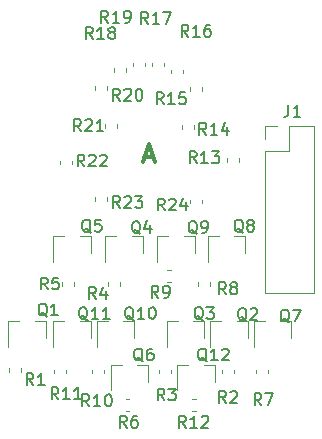
<source format=gbr>
G04 #@! TF.GenerationSoftware,KiCad,Pcbnew,(5.1.2-1)-1*
G04 #@! TF.CreationDate,2021-04-17T11:50:00+08:00*
G04 #@! TF.ProjectId,Nixie,4e697869-652e-46b6-9963-61645f706362,rev?*
G04 #@! TF.SameCoordinates,Original*
G04 #@! TF.FileFunction,Legend,Top*
G04 #@! TF.FilePolarity,Positive*
%FSLAX46Y46*%
G04 Gerber Fmt 4.6, Leading zero omitted, Abs format (unit mm)*
G04 Created by KiCad (PCBNEW (5.1.2-1)-1) date 2021-04-17 11:50:00*
%MOMM*%
%LPD*%
G04 APERTURE LIST*
%ADD10C,0.300000*%
%ADD11C,0.120000*%
%ADD12C,0.150000*%
G04 APERTURE END LIST*
D10*
X163742857Y-91750000D02*
X164457142Y-91750000D01*
X163600000Y-92178571D02*
X164100000Y-90678571D01*
X164600000Y-92178571D01*
D11*
X173940000Y-89140000D02*
X175000000Y-89140000D01*
X173940000Y-90200000D02*
X173940000Y-89140000D01*
X176000000Y-89140000D02*
X178060000Y-89140000D01*
X176000000Y-91200000D02*
X176000000Y-89140000D01*
X173940000Y-91200000D02*
X176000000Y-91200000D01*
X178060000Y-89140000D02*
X178060000Y-103260000D01*
X173940000Y-91200000D02*
X173940000Y-103260000D01*
X173940000Y-103260000D02*
X178060000Y-103260000D01*
X155380000Y-105640000D02*
X154450000Y-105640000D01*
X152220000Y-105640000D02*
X153150000Y-105640000D01*
X152220000Y-105640000D02*
X152220000Y-107800000D01*
X155380000Y-105640000D02*
X155380000Y-107100000D01*
X172480000Y-105640000D02*
X171550000Y-105640000D01*
X169320000Y-105640000D02*
X170250000Y-105640000D01*
X169320000Y-105640000D02*
X169320000Y-107800000D01*
X172480000Y-105640000D02*
X172480000Y-107100000D01*
X168780000Y-105640000D02*
X167850000Y-105640000D01*
X165620000Y-105640000D02*
X166550000Y-105640000D01*
X165620000Y-105640000D02*
X165620000Y-107800000D01*
X168780000Y-105640000D02*
X168780000Y-107100000D01*
X163580000Y-98440000D02*
X162650000Y-98440000D01*
X160420000Y-98440000D02*
X161350000Y-98440000D01*
X160420000Y-98440000D02*
X160420000Y-100600000D01*
X163580000Y-98440000D02*
X163580000Y-99900000D01*
X159180000Y-98440000D02*
X159180000Y-99900000D01*
X156020000Y-98440000D02*
X156020000Y-100600000D01*
X156020000Y-98440000D02*
X156950000Y-98440000D01*
X159180000Y-98440000D02*
X158250000Y-98440000D01*
X164080000Y-109340000D02*
X164080000Y-110800000D01*
X160920000Y-109340000D02*
X160920000Y-111500000D01*
X160920000Y-109340000D02*
X161850000Y-109340000D01*
X164080000Y-109340000D02*
X163150000Y-109340000D01*
X176180000Y-105640000D02*
X176180000Y-107100000D01*
X173020000Y-105640000D02*
X173020000Y-107800000D01*
X173020000Y-105640000D02*
X173950000Y-105640000D01*
X176180000Y-105640000D02*
X175250000Y-105640000D01*
X172280000Y-98440000D02*
X172280000Y-99900000D01*
X169120000Y-98440000D02*
X169120000Y-100600000D01*
X169120000Y-98440000D02*
X170050000Y-98440000D01*
X172280000Y-98440000D02*
X171350000Y-98440000D01*
X167980000Y-98440000D02*
X167980000Y-99900000D01*
X164820000Y-98440000D02*
X164820000Y-100600000D01*
X164820000Y-98440000D02*
X165750000Y-98440000D01*
X167980000Y-98440000D02*
X167050000Y-98440000D01*
X162880000Y-105640000D02*
X162880000Y-107100000D01*
X159720000Y-105640000D02*
X159720000Y-107800000D01*
X159720000Y-105640000D02*
X160650000Y-105640000D01*
X162880000Y-105640000D02*
X161950000Y-105640000D01*
X159180000Y-105640000D02*
X158250000Y-105640000D01*
X156020000Y-105640000D02*
X156950000Y-105640000D01*
X156020000Y-105640000D02*
X156020000Y-107800000D01*
X159180000Y-105640000D02*
X159180000Y-107100000D01*
X169680000Y-109340000D02*
X168750000Y-109340000D01*
X166520000Y-109340000D02*
X167450000Y-109340000D01*
X166520000Y-109340000D02*
X166520000Y-111500000D01*
X169680000Y-109340000D02*
X169680000Y-110800000D01*
X152290000Y-109962779D02*
X152290000Y-109637221D01*
X153310000Y-109962779D02*
X153310000Y-109637221D01*
X170290000Y-110062779D02*
X170290000Y-109737221D01*
X171310000Y-110062779D02*
X171310000Y-109737221D01*
X164990000Y-110062779D02*
X164990000Y-109737221D01*
X166010000Y-110062779D02*
X166010000Y-109737221D01*
X160690000Y-102662779D02*
X160690000Y-102337221D01*
X161710000Y-102662779D02*
X161710000Y-102337221D01*
X156790000Y-102662779D02*
X156790000Y-102337221D01*
X157810000Y-102662779D02*
X157810000Y-102337221D01*
X162462779Y-113210000D02*
X162137221Y-113210000D01*
X162462779Y-112190000D02*
X162137221Y-112190000D01*
X174210000Y-110062779D02*
X174210000Y-109737221D01*
X173190000Y-110062779D02*
X173190000Y-109737221D01*
X168290000Y-102662779D02*
X168290000Y-102337221D01*
X169310000Y-102662779D02*
X169310000Y-102337221D01*
X165962779Y-102310000D02*
X165637221Y-102310000D01*
X165962779Y-101290000D02*
X165637221Y-101290000D01*
X159290000Y-110062779D02*
X159290000Y-109737221D01*
X160310000Y-110062779D02*
X160310000Y-109737221D01*
X156090000Y-110062779D02*
X156090000Y-109737221D01*
X157110000Y-110062779D02*
X157110000Y-109737221D01*
X168062779Y-112190000D02*
X167737221Y-112190000D01*
X168062779Y-113210000D02*
X167737221Y-113210000D01*
X171710000Y-92162779D02*
X171710000Y-91837221D01*
X170690000Y-92162779D02*
X170690000Y-91837221D01*
X166890000Y-89362779D02*
X166890000Y-89037221D01*
X167910000Y-89362779D02*
X167910000Y-89037221D01*
X168610000Y-86162779D02*
X168610000Y-85837221D01*
X167590000Y-86162779D02*
X167590000Y-85837221D01*
X167010000Y-84662779D02*
X167010000Y-84337221D01*
X165990000Y-84662779D02*
X165990000Y-84337221D01*
X165410000Y-84062779D02*
X165410000Y-83737221D01*
X164390000Y-84062779D02*
X164390000Y-83737221D01*
X163810000Y-84062779D02*
X163810000Y-83737221D01*
X162790000Y-84062779D02*
X162790000Y-83737221D01*
X162210000Y-84562779D02*
X162210000Y-84237221D01*
X161190000Y-84562779D02*
X161190000Y-84237221D01*
X160610000Y-86062779D02*
X160610000Y-85737221D01*
X159590000Y-86062779D02*
X159590000Y-85737221D01*
X161410000Y-89262779D02*
X161410000Y-88937221D01*
X160390000Y-89262779D02*
X160390000Y-88937221D01*
X156590000Y-92362779D02*
X156590000Y-92037221D01*
X157610000Y-92362779D02*
X157610000Y-92037221D01*
X159590000Y-95137221D02*
X159590000Y-95462779D01*
X160610000Y-95137221D02*
X160610000Y-95462779D01*
X168610000Y-95337221D02*
X168610000Y-95662779D01*
X167590000Y-95337221D02*
X167590000Y-95662779D01*
D12*
X175936666Y-87322380D02*
X175936666Y-88036666D01*
X175889047Y-88179523D01*
X175793809Y-88274761D01*
X175650952Y-88322380D01*
X175555714Y-88322380D01*
X176936666Y-88322380D02*
X176365238Y-88322380D01*
X176650952Y-88322380D02*
X176650952Y-87322380D01*
X176555714Y-87465238D01*
X176460476Y-87560476D01*
X176365238Y-87608095D01*
X155504761Y-105247619D02*
X155409523Y-105200000D01*
X155314285Y-105104761D01*
X155171428Y-104961904D01*
X155076190Y-104914285D01*
X154980952Y-104914285D01*
X155028571Y-105152380D02*
X154933333Y-105104761D01*
X154838095Y-105009523D01*
X154790476Y-104819047D01*
X154790476Y-104485714D01*
X154838095Y-104295238D01*
X154933333Y-104200000D01*
X155028571Y-104152380D01*
X155219047Y-104152380D01*
X155314285Y-104200000D01*
X155409523Y-104295238D01*
X155457142Y-104485714D01*
X155457142Y-104819047D01*
X155409523Y-105009523D01*
X155314285Y-105104761D01*
X155219047Y-105152380D01*
X155028571Y-105152380D01*
X156409523Y-105152380D02*
X155838095Y-105152380D01*
X156123809Y-105152380D02*
X156123809Y-104152380D01*
X156028571Y-104295238D01*
X155933333Y-104390476D01*
X155838095Y-104438095D01*
X172404761Y-105647619D02*
X172309523Y-105600000D01*
X172214285Y-105504761D01*
X172071428Y-105361904D01*
X171976190Y-105314285D01*
X171880952Y-105314285D01*
X171928571Y-105552380D02*
X171833333Y-105504761D01*
X171738095Y-105409523D01*
X171690476Y-105219047D01*
X171690476Y-104885714D01*
X171738095Y-104695238D01*
X171833333Y-104600000D01*
X171928571Y-104552380D01*
X172119047Y-104552380D01*
X172214285Y-104600000D01*
X172309523Y-104695238D01*
X172357142Y-104885714D01*
X172357142Y-105219047D01*
X172309523Y-105409523D01*
X172214285Y-105504761D01*
X172119047Y-105552380D01*
X171928571Y-105552380D01*
X172738095Y-104647619D02*
X172785714Y-104600000D01*
X172880952Y-104552380D01*
X173119047Y-104552380D01*
X173214285Y-104600000D01*
X173261904Y-104647619D01*
X173309523Y-104742857D01*
X173309523Y-104838095D01*
X173261904Y-104980952D01*
X172690476Y-105552380D01*
X173309523Y-105552380D01*
X168704761Y-105547619D02*
X168609523Y-105500000D01*
X168514285Y-105404761D01*
X168371428Y-105261904D01*
X168276190Y-105214285D01*
X168180952Y-105214285D01*
X168228571Y-105452380D02*
X168133333Y-105404761D01*
X168038095Y-105309523D01*
X167990476Y-105119047D01*
X167990476Y-104785714D01*
X168038095Y-104595238D01*
X168133333Y-104500000D01*
X168228571Y-104452380D01*
X168419047Y-104452380D01*
X168514285Y-104500000D01*
X168609523Y-104595238D01*
X168657142Y-104785714D01*
X168657142Y-105119047D01*
X168609523Y-105309523D01*
X168514285Y-105404761D01*
X168419047Y-105452380D01*
X168228571Y-105452380D01*
X168990476Y-104452380D02*
X169609523Y-104452380D01*
X169276190Y-104833333D01*
X169419047Y-104833333D01*
X169514285Y-104880952D01*
X169561904Y-104928571D01*
X169609523Y-105023809D01*
X169609523Y-105261904D01*
X169561904Y-105357142D01*
X169514285Y-105404761D01*
X169419047Y-105452380D01*
X169133333Y-105452380D01*
X169038095Y-105404761D01*
X168990476Y-105357142D01*
X163404761Y-98247619D02*
X163309523Y-98200000D01*
X163214285Y-98104761D01*
X163071428Y-97961904D01*
X162976190Y-97914285D01*
X162880952Y-97914285D01*
X162928571Y-98152380D02*
X162833333Y-98104761D01*
X162738095Y-98009523D01*
X162690476Y-97819047D01*
X162690476Y-97485714D01*
X162738095Y-97295238D01*
X162833333Y-97200000D01*
X162928571Y-97152380D01*
X163119047Y-97152380D01*
X163214285Y-97200000D01*
X163309523Y-97295238D01*
X163357142Y-97485714D01*
X163357142Y-97819047D01*
X163309523Y-98009523D01*
X163214285Y-98104761D01*
X163119047Y-98152380D01*
X162928571Y-98152380D01*
X164214285Y-97485714D02*
X164214285Y-98152380D01*
X163976190Y-97104761D02*
X163738095Y-97819047D01*
X164357142Y-97819047D01*
X159204761Y-98147619D02*
X159109523Y-98100000D01*
X159014285Y-98004761D01*
X158871428Y-97861904D01*
X158776190Y-97814285D01*
X158680952Y-97814285D01*
X158728571Y-98052380D02*
X158633333Y-98004761D01*
X158538095Y-97909523D01*
X158490476Y-97719047D01*
X158490476Y-97385714D01*
X158538095Y-97195238D01*
X158633333Y-97100000D01*
X158728571Y-97052380D01*
X158919047Y-97052380D01*
X159014285Y-97100000D01*
X159109523Y-97195238D01*
X159157142Y-97385714D01*
X159157142Y-97719047D01*
X159109523Y-97909523D01*
X159014285Y-98004761D01*
X158919047Y-98052380D01*
X158728571Y-98052380D01*
X160061904Y-97052380D02*
X159585714Y-97052380D01*
X159538095Y-97528571D01*
X159585714Y-97480952D01*
X159680952Y-97433333D01*
X159919047Y-97433333D01*
X160014285Y-97480952D01*
X160061904Y-97528571D01*
X160109523Y-97623809D01*
X160109523Y-97861904D01*
X160061904Y-97957142D01*
X160014285Y-98004761D01*
X159919047Y-98052380D01*
X159680952Y-98052380D01*
X159585714Y-98004761D01*
X159538095Y-97957142D01*
X163604761Y-109047619D02*
X163509523Y-109000000D01*
X163414285Y-108904761D01*
X163271428Y-108761904D01*
X163176190Y-108714285D01*
X163080952Y-108714285D01*
X163128571Y-108952380D02*
X163033333Y-108904761D01*
X162938095Y-108809523D01*
X162890476Y-108619047D01*
X162890476Y-108285714D01*
X162938095Y-108095238D01*
X163033333Y-108000000D01*
X163128571Y-107952380D01*
X163319047Y-107952380D01*
X163414285Y-108000000D01*
X163509523Y-108095238D01*
X163557142Y-108285714D01*
X163557142Y-108619047D01*
X163509523Y-108809523D01*
X163414285Y-108904761D01*
X163319047Y-108952380D01*
X163128571Y-108952380D01*
X164414285Y-107952380D02*
X164223809Y-107952380D01*
X164128571Y-108000000D01*
X164080952Y-108047619D01*
X163985714Y-108190476D01*
X163938095Y-108380952D01*
X163938095Y-108761904D01*
X163985714Y-108857142D01*
X164033333Y-108904761D01*
X164128571Y-108952380D01*
X164319047Y-108952380D01*
X164414285Y-108904761D01*
X164461904Y-108857142D01*
X164509523Y-108761904D01*
X164509523Y-108523809D01*
X164461904Y-108428571D01*
X164414285Y-108380952D01*
X164319047Y-108333333D01*
X164128571Y-108333333D01*
X164033333Y-108380952D01*
X163985714Y-108428571D01*
X163938095Y-108523809D01*
X176004761Y-105747619D02*
X175909523Y-105700000D01*
X175814285Y-105604761D01*
X175671428Y-105461904D01*
X175576190Y-105414285D01*
X175480952Y-105414285D01*
X175528571Y-105652380D02*
X175433333Y-105604761D01*
X175338095Y-105509523D01*
X175290476Y-105319047D01*
X175290476Y-104985714D01*
X175338095Y-104795238D01*
X175433333Y-104700000D01*
X175528571Y-104652380D01*
X175719047Y-104652380D01*
X175814285Y-104700000D01*
X175909523Y-104795238D01*
X175957142Y-104985714D01*
X175957142Y-105319047D01*
X175909523Y-105509523D01*
X175814285Y-105604761D01*
X175719047Y-105652380D01*
X175528571Y-105652380D01*
X176290476Y-104652380D02*
X176957142Y-104652380D01*
X176528571Y-105652380D01*
X172104761Y-98147619D02*
X172009523Y-98100000D01*
X171914285Y-98004761D01*
X171771428Y-97861904D01*
X171676190Y-97814285D01*
X171580952Y-97814285D01*
X171628571Y-98052380D02*
X171533333Y-98004761D01*
X171438095Y-97909523D01*
X171390476Y-97719047D01*
X171390476Y-97385714D01*
X171438095Y-97195238D01*
X171533333Y-97100000D01*
X171628571Y-97052380D01*
X171819047Y-97052380D01*
X171914285Y-97100000D01*
X172009523Y-97195238D01*
X172057142Y-97385714D01*
X172057142Y-97719047D01*
X172009523Y-97909523D01*
X171914285Y-98004761D01*
X171819047Y-98052380D01*
X171628571Y-98052380D01*
X172628571Y-97480952D02*
X172533333Y-97433333D01*
X172485714Y-97385714D01*
X172438095Y-97290476D01*
X172438095Y-97242857D01*
X172485714Y-97147619D01*
X172533333Y-97100000D01*
X172628571Y-97052380D01*
X172819047Y-97052380D01*
X172914285Y-97100000D01*
X172961904Y-97147619D01*
X173009523Y-97242857D01*
X173009523Y-97290476D01*
X172961904Y-97385714D01*
X172914285Y-97433333D01*
X172819047Y-97480952D01*
X172628571Y-97480952D01*
X172533333Y-97528571D01*
X172485714Y-97576190D01*
X172438095Y-97671428D01*
X172438095Y-97861904D01*
X172485714Y-97957142D01*
X172533333Y-98004761D01*
X172628571Y-98052380D01*
X172819047Y-98052380D01*
X172914285Y-98004761D01*
X172961904Y-97957142D01*
X173009523Y-97861904D01*
X173009523Y-97671428D01*
X172961904Y-97576190D01*
X172914285Y-97528571D01*
X172819047Y-97480952D01*
X168204761Y-98247619D02*
X168109523Y-98200000D01*
X168014285Y-98104761D01*
X167871428Y-97961904D01*
X167776190Y-97914285D01*
X167680952Y-97914285D01*
X167728571Y-98152380D02*
X167633333Y-98104761D01*
X167538095Y-98009523D01*
X167490476Y-97819047D01*
X167490476Y-97485714D01*
X167538095Y-97295238D01*
X167633333Y-97200000D01*
X167728571Y-97152380D01*
X167919047Y-97152380D01*
X168014285Y-97200000D01*
X168109523Y-97295238D01*
X168157142Y-97485714D01*
X168157142Y-97819047D01*
X168109523Y-98009523D01*
X168014285Y-98104761D01*
X167919047Y-98152380D01*
X167728571Y-98152380D01*
X168633333Y-98152380D02*
X168823809Y-98152380D01*
X168919047Y-98104761D01*
X168966666Y-98057142D01*
X169061904Y-97914285D01*
X169109523Y-97723809D01*
X169109523Y-97342857D01*
X169061904Y-97247619D01*
X169014285Y-97200000D01*
X168919047Y-97152380D01*
X168728571Y-97152380D01*
X168633333Y-97200000D01*
X168585714Y-97247619D01*
X168538095Y-97342857D01*
X168538095Y-97580952D01*
X168585714Y-97676190D01*
X168633333Y-97723809D01*
X168728571Y-97771428D01*
X168919047Y-97771428D01*
X169014285Y-97723809D01*
X169061904Y-97676190D01*
X169109523Y-97580952D01*
X162828571Y-105547619D02*
X162733333Y-105500000D01*
X162638095Y-105404761D01*
X162495238Y-105261904D01*
X162400000Y-105214285D01*
X162304761Y-105214285D01*
X162352380Y-105452380D02*
X162257142Y-105404761D01*
X162161904Y-105309523D01*
X162114285Y-105119047D01*
X162114285Y-104785714D01*
X162161904Y-104595238D01*
X162257142Y-104500000D01*
X162352380Y-104452380D01*
X162542857Y-104452380D01*
X162638095Y-104500000D01*
X162733333Y-104595238D01*
X162780952Y-104785714D01*
X162780952Y-105119047D01*
X162733333Y-105309523D01*
X162638095Y-105404761D01*
X162542857Y-105452380D01*
X162352380Y-105452380D01*
X163733333Y-105452380D02*
X163161904Y-105452380D01*
X163447619Y-105452380D02*
X163447619Y-104452380D01*
X163352380Y-104595238D01*
X163257142Y-104690476D01*
X163161904Y-104738095D01*
X164352380Y-104452380D02*
X164447619Y-104452380D01*
X164542857Y-104500000D01*
X164590476Y-104547619D01*
X164638095Y-104642857D01*
X164685714Y-104833333D01*
X164685714Y-105071428D01*
X164638095Y-105261904D01*
X164590476Y-105357142D01*
X164542857Y-105404761D01*
X164447619Y-105452380D01*
X164352380Y-105452380D01*
X164257142Y-105404761D01*
X164209523Y-105357142D01*
X164161904Y-105261904D01*
X164114285Y-105071428D01*
X164114285Y-104833333D01*
X164161904Y-104642857D01*
X164209523Y-104547619D01*
X164257142Y-104500000D01*
X164352380Y-104452380D01*
X158928571Y-105547619D02*
X158833333Y-105500000D01*
X158738095Y-105404761D01*
X158595238Y-105261904D01*
X158500000Y-105214285D01*
X158404761Y-105214285D01*
X158452380Y-105452380D02*
X158357142Y-105404761D01*
X158261904Y-105309523D01*
X158214285Y-105119047D01*
X158214285Y-104785714D01*
X158261904Y-104595238D01*
X158357142Y-104500000D01*
X158452380Y-104452380D01*
X158642857Y-104452380D01*
X158738095Y-104500000D01*
X158833333Y-104595238D01*
X158880952Y-104785714D01*
X158880952Y-105119047D01*
X158833333Y-105309523D01*
X158738095Y-105404761D01*
X158642857Y-105452380D01*
X158452380Y-105452380D01*
X159833333Y-105452380D02*
X159261904Y-105452380D01*
X159547619Y-105452380D02*
X159547619Y-104452380D01*
X159452380Y-104595238D01*
X159357142Y-104690476D01*
X159261904Y-104738095D01*
X160785714Y-105452380D02*
X160214285Y-105452380D01*
X160500000Y-105452380D02*
X160500000Y-104452380D01*
X160404761Y-104595238D01*
X160309523Y-104690476D01*
X160214285Y-104738095D01*
X169028571Y-109047619D02*
X168933333Y-109000000D01*
X168838095Y-108904761D01*
X168695238Y-108761904D01*
X168600000Y-108714285D01*
X168504761Y-108714285D01*
X168552380Y-108952380D02*
X168457142Y-108904761D01*
X168361904Y-108809523D01*
X168314285Y-108619047D01*
X168314285Y-108285714D01*
X168361904Y-108095238D01*
X168457142Y-108000000D01*
X168552380Y-107952380D01*
X168742857Y-107952380D01*
X168838095Y-108000000D01*
X168933333Y-108095238D01*
X168980952Y-108285714D01*
X168980952Y-108619047D01*
X168933333Y-108809523D01*
X168838095Y-108904761D01*
X168742857Y-108952380D01*
X168552380Y-108952380D01*
X169933333Y-108952380D02*
X169361904Y-108952380D01*
X169647619Y-108952380D02*
X169647619Y-107952380D01*
X169552380Y-108095238D01*
X169457142Y-108190476D01*
X169361904Y-108238095D01*
X170314285Y-108047619D02*
X170361904Y-108000000D01*
X170457142Y-107952380D01*
X170695238Y-107952380D01*
X170790476Y-108000000D01*
X170838095Y-108047619D01*
X170885714Y-108142857D01*
X170885714Y-108238095D01*
X170838095Y-108380952D01*
X170266666Y-108952380D01*
X170885714Y-108952380D01*
X154333333Y-111052380D02*
X154000000Y-110576190D01*
X153761904Y-111052380D02*
X153761904Y-110052380D01*
X154142857Y-110052380D01*
X154238095Y-110100000D01*
X154285714Y-110147619D01*
X154333333Y-110242857D01*
X154333333Y-110385714D01*
X154285714Y-110480952D01*
X154238095Y-110528571D01*
X154142857Y-110576190D01*
X153761904Y-110576190D01*
X155285714Y-111052380D02*
X154714285Y-111052380D01*
X155000000Y-111052380D02*
X155000000Y-110052380D01*
X154904761Y-110195238D01*
X154809523Y-110290476D01*
X154714285Y-110338095D01*
X170633333Y-112552380D02*
X170300000Y-112076190D01*
X170061904Y-112552380D02*
X170061904Y-111552380D01*
X170442857Y-111552380D01*
X170538095Y-111600000D01*
X170585714Y-111647619D01*
X170633333Y-111742857D01*
X170633333Y-111885714D01*
X170585714Y-111980952D01*
X170538095Y-112028571D01*
X170442857Y-112076190D01*
X170061904Y-112076190D01*
X171014285Y-111647619D02*
X171061904Y-111600000D01*
X171157142Y-111552380D01*
X171395238Y-111552380D01*
X171490476Y-111600000D01*
X171538095Y-111647619D01*
X171585714Y-111742857D01*
X171585714Y-111838095D01*
X171538095Y-111980952D01*
X170966666Y-112552380D01*
X171585714Y-112552380D01*
X165433333Y-112352380D02*
X165100000Y-111876190D01*
X164861904Y-112352380D02*
X164861904Y-111352380D01*
X165242857Y-111352380D01*
X165338095Y-111400000D01*
X165385714Y-111447619D01*
X165433333Y-111542857D01*
X165433333Y-111685714D01*
X165385714Y-111780952D01*
X165338095Y-111828571D01*
X165242857Y-111876190D01*
X164861904Y-111876190D01*
X165766666Y-111352380D02*
X166385714Y-111352380D01*
X166052380Y-111733333D01*
X166195238Y-111733333D01*
X166290476Y-111780952D01*
X166338095Y-111828571D01*
X166385714Y-111923809D01*
X166385714Y-112161904D01*
X166338095Y-112257142D01*
X166290476Y-112304761D01*
X166195238Y-112352380D01*
X165909523Y-112352380D01*
X165814285Y-112304761D01*
X165766666Y-112257142D01*
X159633333Y-103752380D02*
X159300000Y-103276190D01*
X159061904Y-103752380D02*
X159061904Y-102752380D01*
X159442857Y-102752380D01*
X159538095Y-102800000D01*
X159585714Y-102847619D01*
X159633333Y-102942857D01*
X159633333Y-103085714D01*
X159585714Y-103180952D01*
X159538095Y-103228571D01*
X159442857Y-103276190D01*
X159061904Y-103276190D01*
X160490476Y-103085714D02*
X160490476Y-103752380D01*
X160252380Y-102704761D02*
X160014285Y-103419047D01*
X160633333Y-103419047D01*
X155533333Y-102952380D02*
X155200000Y-102476190D01*
X154961904Y-102952380D02*
X154961904Y-101952380D01*
X155342857Y-101952380D01*
X155438095Y-102000000D01*
X155485714Y-102047619D01*
X155533333Y-102142857D01*
X155533333Y-102285714D01*
X155485714Y-102380952D01*
X155438095Y-102428571D01*
X155342857Y-102476190D01*
X154961904Y-102476190D01*
X156438095Y-101952380D02*
X155961904Y-101952380D01*
X155914285Y-102428571D01*
X155961904Y-102380952D01*
X156057142Y-102333333D01*
X156295238Y-102333333D01*
X156390476Y-102380952D01*
X156438095Y-102428571D01*
X156485714Y-102523809D01*
X156485714Y-102761904D01*
X156438095Y-102857142D01*
X156390476Y-102904761D01*
X156295238Y-102952380D01*
X156057142Y-102952380D01*
X155961904Y-102904761D01*
X155914285Y-102857142D01*
X162233333Y-114652380D02*
X161900000Y-114176190D01*
X161661904Y-114652380D02*
X161661904Y-113652380D01*
X162042857Y-113652380D01*
X162138095Y-113700000D01*
X162185714Y-113747619D01*
X162233333Y-113842857D01*
X162233333Y-113985714D01*
X162185714Y-114080952D01*
X162138095Y-114128571D01*
X162042857Y-114176190D01*
X161661904Y-114176190D01*
X163090476Y-113652380D02*
X162900000Y-113652380D01*
X162804761Y-113700000D01*
X162757142Y-113747619D01*
X162661904Y-113890476D01*
X162614285Y-114080952D01*
X162614285Y-114461904D01*
X162661904Y-114557142D01*
X162709523Y-114604761D01*
X162804761Y-114652380D01*
X162995238Y-114652380D01*
X163090476Y-114604761D01*
X163138095Y-114557142D01*
X163185714Y-114461904D01*
X163185714Y-114223809D01*
X163138095Y-114128571D01*
X163090476Y-114080952D01*
X162995238Y-114033333D01*
X162804761Y-114033333D01*
X162709523Y-114080952D01*
X162661904Y-114128571D01*
X162614285Y-114223809D01*
X173633333Y-112752380D02*
X173300000Y-112276190D01*
X173061904Y-112752380D02*
X173061904Y-111752380D01*
X173442857Y-111752380D01*
X173538095Y-111800000D01*
X173585714Y-111847619D01*
X173633333Y-111942857D01*
X173633333Y-112085714D01*
X173585714Y-112180952D01*
X173538095Y-112228571D01*
X173442857Y-112276190D01*
X173061904Y-112276190D01*
X173966666Y-111752380D02*
X174633333Y-111752380D01*
X174204761Y-112752380D01*
X170633333Y-103352380D02*
X170300000Y-102876190D01*
X170061904Y-103352380D02*
X170061904Y-102352380D01*
X170442857Y-102352380D01*
X170538095Y-102400000D01*
X170585714Y-102447619D01*
X170633333Y-102542857D01*
X170633333Y-102685714D01*
X170585714Y-102780952D01*
X170538095Y-102828571D01*
X170442857Y-102876190D01*
X170061904Y-102876190D01*
X171204761Y-102780952D02*
X171109523Y-102733333D01*
X171061904Y-102685714D01*
X171014285Y-102590476D01*
X171014285Y-102542857D01*
X171061904Y-102447619D01*
X171109523Y-102400000D01*
X171204761Y-102352380D01*
X171395238Y-102352380D01*
X171490476Y-102400000D01*
X171538095Y-102447619D01*
X171585714Y-102542857D01*
X171585714Y-102590476D01*
X171538095Y-102685714D01*
X171490476Y-102733333D01*
X171395238Y-102780952D01*
X171204761Y-102780952D01*
X171109523Y-102828571D01*
X171061904Y-102876190D01*
X171014285Y-102971428D01*
X171014285Y-103161904D01*
X171061904Y-103257142D01*
X171109523Y-103304761D01*
X171204761Y-103352380D01*
X171395238Y-103352380D01*
X171490476Y-103304761D01*
X171538095Y-103257142D01*
X171585714Y-103161904D01*
X171585714Y-102971428D01*
X171538095Y-102876190D01*
X171490476Y-102828571D01*
X171395238Y-102780952D01*
X164920833Y-103652380D02*
X164587500Y-103176190D01*
X164349404Y-103652380D02*
X164349404Y-102652380D01*
X164730357Y-102652380D01*
X164825595Y-102700000D01*
X164873214Y-102747619D01*
X164920833Y-102842857D01*
X164920833Y-102985714D01*
X164873214Y-103080952D01*
X164825595Y-103128571D01*
X164730357Y-103176190D01*
X164349404Y-103176190D01*
X165397023Y-103652380D02*
X165587500Y-103652380D01*
X165682738Y-103604761D01*
X165730357Y-103557142D01*
X165825595Y-103414285D01*
X165873214Y-103223809D01*
X165873214Y-102842857D01*
X165825595Y-102747619D01*
X165777976Y-102700000D01*
X165682738Y-102652380D01*
X165492261Y-102652380D01*
X165397023Y-102700000D01*
X165349404Y-102747619D01*
X165301785Y-102842857D01*
X165301785Y-103080952D01*
X165349404Y-103176190D01*
X165397023Y-103223809D01*
X165492261Y-103271428D01*
X165682738Y-103271428D01*
X165777976Y-103223809D01*
X165825595Y-103176190D01*
X165873214Y-103080952D01*
X159057142Y-112839880D02*
X158723809Y-112363690D01*
X158485714Y-112839880D02*
X158485714Y-111839880D01*
X158866666Y-111839880D01*
X158961904Y-111887500D01*
X159009523Y-111935119D01*
X159057142Y-112030357D01*
X159057142Y-112173214D01*
X159009523Y-112268452D01*
X158961904Y-112316071D01*
X158866666Y-112363690D01*
X158485714Y-112363690D01*
X160009523Y-112839880D02*
X159438095Y-112839880D01*
X159723809Y-112839880D02*
X159723809Y-111839880D01*
X159628571Y-111982738D01*
X159533333Y-112077976D01*
X159438095Y-112125595D01*
X160628571Y-111839880D02*
X160723809Y-111839880D01*
X160819047Y-111887500D01*
X160866666Y-111935119D01*
X160914285Y-112030357D01*
X160961904Y-112220833D01*
X160961904Y-112458928D01*
X160914285Y-112649404D01*
X160866666Y-112744642D01*
X160819047Y-112792261D01*
X160723809Y-112839880D01*
X160628571Y-112839880D01*
X160533333Y-112792261D01*
X160485714Y-112744642D01*
X160438095Y-112649404D01*
X160390476Y-112458928D01*
X160390476Y-112220833D01*
X160438095Y-112030357D01*
X160485714Y-111935119D01*
X160533333Y-111887500D01*
X160628571Y-111839880D01*
X156457142Y-112252380D02*
X156123809Y-111776190D01*
X155885714Y-112252380D02*
X155885714Y-111252380D01*
X156266666Y-111252380D01*
X156361904Y-111300000D01*
X156409523Y-111347619D01*
X156457142Y-111442857D01*
X156457142Y-111585714D01*
X156409523Y-111680952D01*
X156361904Y-111728571D01*
X156266666Y-111776190D01*
X155885714Y-111776190D01*
X157409523Y-112252380D02*
X156838095Y-112252380D01*
X157123809Y-112252380D02*
X157123809Y-111252380D01*
X157028571Y-111395238D01*
X156933333Y-111490476D01*
X156838095Y-111538095D01*
X158361904Y-112252380D02*
X157790476Y-112252380D01*
X158076190Y-112252380D02*
X158076190Y-111252380D01*
X157980952Y-111395238D01*
X157885714Y-111490476D01*
X157790476Y-111538095D01*
X167257142Y-114652380D02*
X166923809Y-114176190D01*
X166685714Y-114652380D02*
X166685714Y-113652380D01*
X167066666Y-113652380D01*
X167161904Y-113700000D01*
X167209523Y-113747619D01*
X167257142Y-113842857D01*
X167257142Y-113985714D01*
X167209523Y-114080952D01*
X167161904Y-114128571D01*
X167066666Y-114176190D01*
X166685714Y-114176190D01*
X168209523Y-114652380D02*
X167638095Y-114652380D01*
X167923809Y-114652380D02*
X167923809Y-113652380D01*
X167828571Y-113795238D01*
X167733333Y-113890476D01*
X167638095Y-113938095D01*
X168590476Y-113747619D02*
X168638095Y-113700000D01*
X168733333Y-113652380D01*
X168971428Y-113652380D01*
X169066666Y-113700000D01*
X169114285Y-113747619D01*
X169161904Y-113842857D01*
X169161904Y-113938095D01*
X169114285Y-114080952D01*
X168542857Y-114652380D01*
X169161904Y-114652380D01*
X168157142Y-92252380D02*
X167823809Y-91776190D01*
X167585714Y-92252380D02*
X167585714Y-91252380D01*
X167966666Y-91252380D01*
X168061904Y-91300000D01*
X168109523Y-91347619D01*
X168157142Y-91442857D01*
X168157142Y-91585714D01*
X168109523Y-91680952D01*
X168061904Y-91728571D01*
X167966666Y-91776190D01*
X167585714Y-91776190D01*
X169109523Y-92252380D02*
X168538095Y-92252380D01*
X168823809Y-92252380D02*
X168823809Y-91252380D01*
X168728571Y-91395238D01*
X168633333Y-91490476D01*
X168538095Y-91538095D01*
X169442857Y-91252380D02*
X170061904Y-91252380D01*
X169728571Y-91633333D01*
X169871428Y-91633333D01*
X169966666Y-91680952D01*
X170014285Y-91728571D01*
X170061904Y-91823809D01*
X170061904Y-92061904D01*
X170014285Y-92157142D01*
X169966666Y-92204761D01*
X169871428Y-92252380D01*
X169585714Y-92252380D01*
X169490476Y-92204761D01*
X169442857Y-92157142D01*
X168957142Y-89852380D02*
X168623809Y-89376190D01*
X168385714Y-89852380D02*
X168385714Y-88852380D01*
X168766666Y-88852380D01*
X168861904Y-88900000D01*
X168909523Y-88947619D01*
X168957142Y-89042857D01*
X168957142Y-89185714D01*
X168909523Y-89280952D01*
X168861904Y-89328571D01*
X168766666Y-89376190D01*
X168385714Y-89376190D01*
X169909523Y-89852380D02*
X169338095Y-89852380D01*
X169623809Y-89852380D02*
X169623809Y-88852380D01*
X169528571Y-88995238D01*
X169433333Y-89090476D01*
X169338095Y-89138095D01*
X170766666Y-89185714D02*
X170766666Y-89852380D01*
X170528571Y-88804761D02*
X170290476Y-89519047D01*
X170909523Y-89519047D01*
X165357142Y-87264880D02*
X165023809Y-86788690D01*
X164785714Y-87264880D02*
X164785714Y-86264880D01*
X165166666Y-86264880D01*
X165261904Y-86312500D01*
X165309523Y-86360119D01*
X165357142Y-86455357D01*
X165357142Y-86598214D01*
X165309523Y-86693452D01*
X165261904Y-86741071D01*
X165166666Y-86788690D01*
X164785714Y-86788690D01*
X166309523Y-87264880D02*
X165738095Y-87264880D01*
X166023809Y-87264880D02*
X166023809Y-86264880D01*
X165928571Y-86407738D01*
X165833333Y-86502976D01*
X165738095Y-86550595D01*
X167214285Y-86264880D02*
X166738095Y-86264880D01*
X166690476Y-86741071D01*
X166738095Y-86693452D01*
X166833333Y-86645833D01*
X167071428Y-86645833D01*
X167166666Y-86693452D01*
X167214285Y-86741071D01*
X167261904Y-86836309D01*
X167261904Y-87074404D01*
X167214285Y-87169642D01*
X167166666Y-87217261D01*
X167071428Y-87264880D01*
X166833333Y-87264880D01*
X166738095Y-87217261D01*
X166690476Y-87169642D01*
X167457142Y-81552380D02*
X167123809Y-81076190D01*
X166885714Y-81552380D02*
X166885714Y-80552380D01*
X167266666Y-80552380D01*
X167361904Y-80600000D01*
X167409523Y-80647619D01*
X167457142Y-80742857D01*
X167457142Y-80885714D01*
X167409523Y-80980952D01*
X167361904Y-81028571D01*
X167266666Y-81076190D01*
X166885714Y-81076190D01*
X168409523Y-81552380D02*
X167838095Y-81552380D01*
X168123809Y-81552380D02*
X168123809Y-80552380D01*
X168028571Y-80695238D01*
X167933333Y-80790476D01*
X167838095Y-80838095D01*
X169266666Y-80552380D02*
X169076190Y-80552380D01*
X168980952Y-80600000D01*
X168933333Y-80647619D01*
X168838095Y-80790476D01*
X168790476Y-80980952D01*
X168790476Y-81361904D01*
X168838095Y-81457142D01*
X168885714Y-81504761D01*
X168980952Y-81552380D01*
X169171428Y-81552380D01*
X169266666Y-81504761D01*
X169314285Y-81457142D01*
X169361904Y-81361904D01*
X169361904Y-81123809D01*
X169314285Y-81028571D01*
X169266666Y-80980952D01*
X169171428Y-80933333D01*
X168980952Y-80933333D01*
X168885714Y-80980952D01*
X168838095Y-81028571D01*
X168790476Y-81123809D01*
X164057142Y-80464880D02*
X163723809Y-79988690D01*
X163485714Y-80464880D02*
X163485714Y-79464880D01*
X163866666Y-79464880D01*
X163961904Y-79512500D01*
X164009523Y-79560119D01*
X164057142Y-79655357D01*
X164057142Y-79798214D01*
X164009523Y-79893452D01*
X163961904Y-79941071D01*
X163866666Y-79988690D01*
X163485714Y-79988690D01*
X165009523Y-80464880D02*
X164438095Y-80464880D01*
X164723809Y-80464880D02*
X164723809Y-79464880D01*
X164628571Y-79607738D01*
X164533333Y-79702976D01*
X164438095Y-79750595D01*
X165342857Y-79464880D02*
X166009523Y-79464880D01*
X165580952Y-80464880D01*
X159357142Y-81752380D02*
X159023809Y-81276190D01*
X158785714Y-81752380D02*
X158785714Y-80752380D01*
X159166666Y-80752380D01*
X159261904Y-80800000D01*
X159309523Y-80847619D01*
X159357142Y-80942857D01*
X159357142Y-81085714D01*
X159309523Y-81180952D01*
X159261904Y-81228571D01*
X159166666Y-81276190D01*
X158785714Y-81276190D01*
X160309523Y-81752380D02*
X159738095Y-81752380D01*
X160023809Y-81752380D02*
X160023809Y-80752380D01*
X159928571Y-80895238D01*
X159833333Y-80990476D01*
X159738095Y-81038095D01*
X160880952Y-81180952D02*
X160785714Y-81133333D01*
X160738095Y-81085714D01*
X160690476Y-80990476D01*
X160690476Y-80942857D01*
X160738095Y-80847619D01*
X160785714Y-80800000D01*
X160880952Y-80752380D01*
X161071428Y-80752380D01*
X161166666Y-80800000D01*
X161214285Y-80847619D01*
X161261904Y-80942857D01*
X161261904Y-80990476D01*
X161214285Y-81085714D01*
X161166666Y-81133333D01*
X161071428Y-81180952D01*
X160880952Y-81180952D01*
X160785714Y-81228571D01*
X160738095Y-81276190D01*
X160690476Y-81371428D01*
X160690476Y-81561904D01*
X160738095Y-81657142D01*
X160785714Y-81704761D01*
X160880952Y-81752380D01*
X161071428Y-81752380D01*
X161166666Y-81704761D01*
X161214285Y-81657142D01*
X161261904Y-81561904D01*
X161261904Y-81371428D01*
X161214285Y-81276190D01*
X161166666Y-81228571D01*
X161071428Y-81180952D01*
X160657142Y-80364880D02*
X160323809Y-79888690D01*
X160085714Y-80364880D02*
X160085714Y-79364880D01*
X160466666Y-79364880D01*
X160561904Y-79412500D01*
X160609523Y-79460119D01*
X160657142Y-79555357D01*
X160657142Y-79698214D01*
X160609523Y-79793452D01*
X160561904Y-79841071D01*
X160466666Y-79888690D01*
X160085714Y-79888690D01*
X161609523Y-80364880D02*
X161038095Y-80364880D01*
X161323809Y-80364880D02*
X161323809Y-79364880D01*
X161228571Y-79507738D01*
X161133333Y-79602976D01*
X161038095Y-79650595D01*
X162085714Y-80364880D02*
X162276190Y-80364880D01*
X162371428Y-80317261D01*
X162419047Y-80269642D01*
X162514285Y-80126785D01*
X162561904Y-79936309D01*
X162561904Y-79555357D01*
X162514285Y-79460119D01*
X162466666Y-79412500D01*
X162371428Y-79364880D01*
X162180952Y-79364880D01*
X162085714Y-79412500D01*
X162038095Y-79460119D01*
X161990476Y-79555357D01*
X161990476Y-79793452D01*
X162038095Y-79888690D01*
X162085714Y-79936309D01*
X162180952Y-79983928D01*
X162371428Y-79983928D01*
X162466666Y-79936309D01*
X162514285Y-79888690D01*
X162561904Y-79793452D01*
X161657142Y-86964880D02*
X161323809Y-86488690D01*
X161085714Y-86964880D02*
X161085714Y-85964880D01*
X161466666Y-85964880D01*
X161561904Y-86012500D01*
X161609523Y-86060119D01*
X161657142Y-86155357D01*
X161657142Y-86298214D01*
X161609523Y-86393452D01*
X161561904Y-86441071D01*
X161466666Y-86488690D01*
X161085714Y-86488690D01*
X162038095Y-86060119D02*
X162085714Y-86012500D01*
X162180952Y-85964880D01*
X162419047Y-85964880D01*
X162514285Y-86012500D01*
X162561904Y-86060119D01*
X162609523Y-86155357D01*
X162609523Y-86250595D01*
X162561904Y-86393452D01*
X161990476Y-86964880D01*
X162609523Y-86964880D01*
X163228571Y-85964880D02*
X163323809Y-85964880D01*
X163419047Y-86012500D01*
X163466666Y-86060119D01*
X163514285Y-86155357D01*
X163561904Y-86345833D01*
X163561904Y-86583928D01*
X163514285Y-86774404D01*
X163466666Y-86869642D01*
X163419047Y-86917261D01*
X163323809Y-86964880D01*
X163228571Y-86964880D01*
X163133333Y-86917261D01*
X163085714Y-86869642D01*
X163038095Y-86774404D01*
X162990476Y-86583928D01*
X162990476Y-86345833D01*
X163038095Y-86155357D01*
X163085714Y-86060119D01*
X163133333Y-86012500D01*
X163228571Y-85964880D01*
X158357142Y-89552380D02*
X158023809Y-89076190D01*
X157785714Y-89552380D02*
X157785714Y-88552380D01*
X158166666Y-88552380D01*
X158261904Y-88600000D01*
X158309523Y-88647619D01*
X158357142Y-88742857D01*
X158357142Y-88885714D01*
X158309523Y-88980952D01*
X158261904Y-89028571D01*
X158166666Y-89076190D01*
X157785714Y-89076190D01*
X158738095Y-88647619D02*
X158785714Y-88600000D01*
X158880952Y-88552380D01*
X159119047Y-88552380D01*
X159214285Y-88600000D01*
X159261904Y-88647619D01*
X159309523Y-88742857D01*
X159309523Y-88838095D01*
X159261904Y-88980952D01*
X158690476Y-89552380D01*
X159309523Y-89552380D01*
X160261904Y-89552380D02*
X159690476Y-89552380D01*
X159976190Y-89552380D02*
X159976190Y-88552380D01*
X159880952Y-88695238D01*
X159785714Y-88790476D01*
X159690476Y-88838095D01*
X158657142Y-92539880D02*
X158323809Y-92063690D01*
X158085714Y-92539880D02*
X158085714Y-91539880D01*
X158466666Y-91539880D01*
X158561904Y-91587500D01*
X158609523Y-91635119D01*
X158657142Y-91730357D01*
X158657142Y-91873214D01*
X158609523Y-91968452D01*
X158561904Y-92016071D01*
X158466666Y-92063690D01*
X158085714Y-92063690D01*
X159038095Y-91635119D02*
X159085714Y-91587500D01*
X159180952Y-91539880D01*
X159419047Y-91539880D01*
X159514285Y-91587500D01*
X159561904Y-91635119D01*
X159609523Y-91730357D01*
X159609523Y-91825595D01*
X159561904Y-91968452D01*
X158990476Y-92539880D01*
X159609523Y-92539880D01*
X159990476Y-91635119D02*
X160038095Y-91587500D01*
X160133333Y-91539880D01*
X160371428Y-91539880D01*
X160466666Y-91587500D01*
X160514285Y-91635119D01*
X160561904Y-91730357D01*
X160561904Y-91825595D01*
X160514285Y-91968452D01*
X159942857Y-92539880D01*
X160561904Y-92539880D01*
X161657142Y-96052380D02*
X161323809Y-95576190D01*
X161085714Y-96052380D02*
X161085714Y-95052380D01*
X161466666Y-95052380D01*
X161561904Y-95100000D01*
X161609523Y-95147619D01*
X161657142Y-95242857D01*
X161657142Y-95385714D01*
X161609523Y-95480952D01*
X161561904Y-95528571D01*
X161466666Y-95576190D01*
X161085714Y-95576190D01*
X162038095Y-95147619D02*
X162085714Y-95100000D01*
X162180952Y-95052380D01*
X162419047Y-95052380D01*
X162514285Y-95100000D01*
X162561904Y-95147619D01*
X162609523Y-95242857D01*
X162609523Y-95338095D01*
X162561904Y-95480952D01*
X161990476Y-96052380D01*
X162609523Y-96052380D01*
X162942857Y-95052380D02*
X163561904Y-95052380D01*
X163228571Y-95433333D01*
X163371428Y-95433333D01*
X163466666Y-95480952D01*
X163514285Y-95528571D01*
X163561904Y-95623809D01*
X163561904Y-95861904D01*
X163514285Y-95957142D01*
X163466666Y-96004761D01*
X163371428Y-96052380D01*
X163085714Y-96052380D01*
X162990476Y-96004761D01*
X162942857Y-95957142D01*
X165457142Y-96252380D02*
X165123809Y-95776190D01*
X164885714Y-96252380D02*
X164885714Y-95252380D01*
X165266666Y-95252380D01*
X165361904Y-95300000D01*
X165409523Y-95347619D01*
X165457142Y-95442857D01*
X165457142Y-95585714D01*
X165409523Y-95680952D01*
X165361904Y-95728571D01*
X165266666Y-95776190D01*
X164885714Y-95776190D01*
X165838095Y-95347619D02*
X165885714Y-95300000D01*
X165980952Y-95252380D01*
X166219047Y-95252380D01*
X166314285Y-95300000D01*
X166361904Y-95347619D01*
X166409523Y-95442857D01*
X166409523Y-95538095D01*
X166361904Y-95680952D01*
X165790476Y-96252380D01*
X166409523Y-96252380D01*
X167266666Y-95585714D02*
X167266666Y-96252380D01*
X167028571Y-95204761D02*
X166790476Y-95919047D01*
X167409523Y-95919047D01*
M02*

</source>
